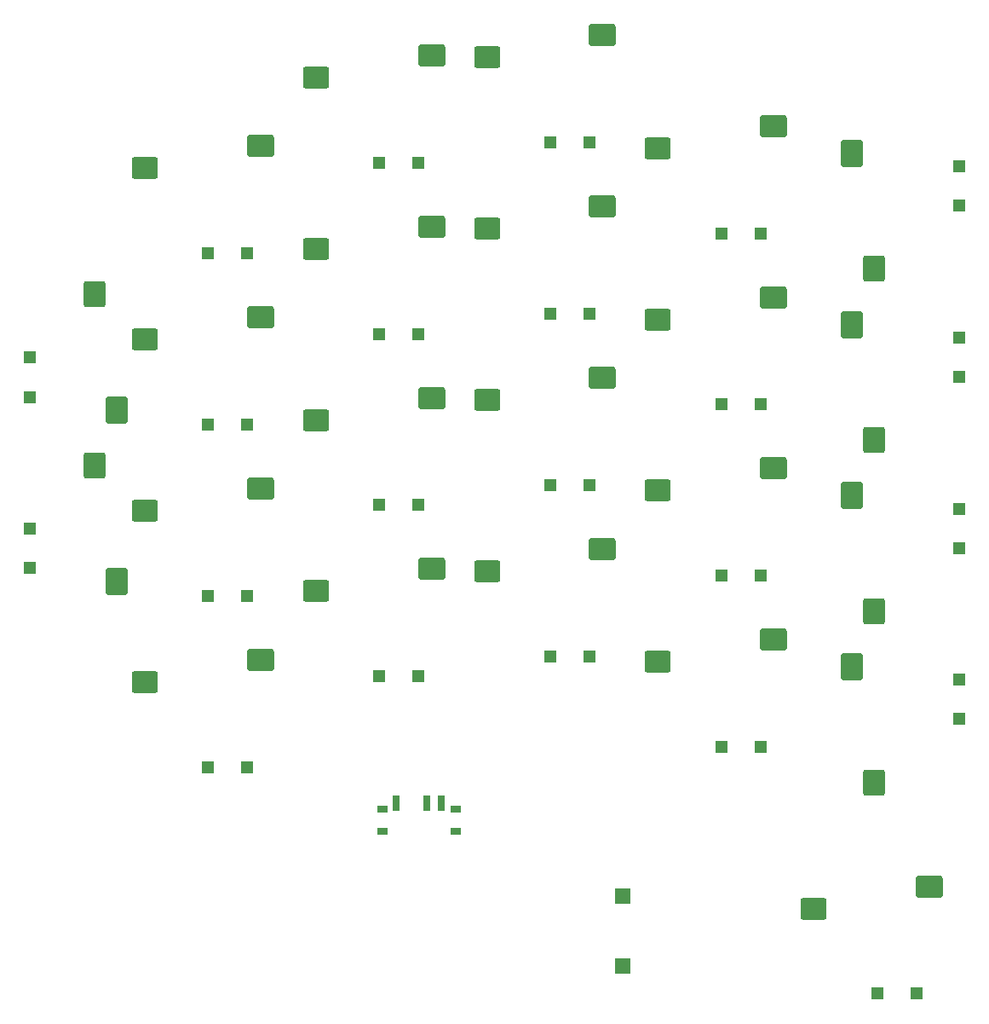
<source format=gtp>
%TF.GenerationSoftware,KiCad,Pcbnew,9.0.2*%
%TF.CreationDate,2025-06-22T12:36:17+02:00*%
%TF.ProjectId,kicad,6b696361-642e-46b6-9963-61645f706362,rev?*%
%TF.SameCoordinates,Original*%
%TF.FileFunction,Paste,Top*%
%TF.FilePolarity,Positive*%
%FSLAX46Y46*%
G04 Gerber Fmt 4.6, Leading zero omitted, Abs format (unit mm)*
G04 Created by KiCad (PCBNEW 9.0.2) date 2025-06-22 12:36:17*
%MOMM*%
%LPD*%
G01*
G04 APERTURE LIST*
G04 Aperture macros list*
%AMRoundRect*
0 Rectangle with rounded corners*
0 $1 Rounding radius*
0 $2 $3 $4 $5 $6 $7 $8 $9 X,Y pos of 4 corners*
0 Add a 4 corners polygon primitive as box body*
4,1,4,$2,$3,$4,$5,$6,$7,$8,$9,$2,$3,0*
0 Add four circle primitives for the rounded corners*
1,1,$1+$1,$2,$3*
1,1,$1+$1,$4,$5*
1,1,$1+$1,$6,$7*
1,1,$1+$1,$8,$9*
0 Add four rect primitives between the rounded corners*
20,1,$1+$1,$2,$3,$4,$5,0*
20,1,$1+$1,$4,$5,$6,$7,0*
20,1,$1+$1,$6,$7,$8,$9,0*
20,1,$1+$1,$8,$9,$2,$3,0*%
G04 Aperture macros list end*
%ADD10RoundRect,0.215000X-1.110000X-0.860000X1.110000X-0.860000X1.110000X0.860000X-1.110000X0.860000X0*%
%ADD11RoundRect,0.215000X-1.085000X-0.860000X1.085000X-0.860000X1.085000X0.860000X-1.085000X0.860000X0*%
%ADD12RoundRect,0.215000X-0.860000X1.110000X-0.860000X-1.110000X0.860000X-1.110000X0.860000X1.110000X0*%
%ADD13RoundRect,0.215000X-0.860000X1.085000X-0.860000X-1.085000X0.860000X-1.085000X0.860000X1.085000X0*%
%ADD14RoundRect,0.215000X0.860000X-1.110000X0.860000X1.110000X-0.860000X1.110000X-0.860000X-1.110000X0*%
%ADD15RoundRect,0.215000X0.860000X-1.085000X0.860000X1.085000X-0.860000X1.085000X-0.860000X-1.085000X0*%
%ADD16R,1.200000X1.200000*%
%ADD17R,1.500000X1.500000*%
%ADD18R,1.000000X0.800000*%
%ADD19R,0.700000X1.500000*%
G04 APERTURE END LIST*
D10*
%TO.C,S1*%
X41745000Y-78050000D03*
D11*
X30252500Y-80250000D03*
%TD*%
D10*
%TO.C,S2*%
X41745000Y-61050000D03*
D11*
X30252500Y-63250000D03*
%TD*%
D10*
%TO.C,S3*%
X41745000Y-44050000D03*
D11*
X30252500Y-46250000D03*
%TD*%
D10*
%TO.C,S4*%
X41745000Y-27050000D03*
D11*
X30252500Y-29250000D03*
%TD*%
D10*
%TO.C,S5*%
X58745000Y-69050000D03*
D11*
X47252500Y-71250000D03*
%TD*%
D10*
%TO.C,S6*%
X58745000Y-52050000D03*
D11*
X47252500Y-54250000D03*
%TD*%
D10*
%TO.C,S7*%
X58745000Y-35050000D03*
D11*
X47252500Y-37250000D03*
%TD*%
D10*
%TO.C,S8*%
X58745000Y-18050000D03*
D11*
X47252500Y-20250000D03*
%TD*%
D10*
%TO.C,S9*%
X75745000Y-67050000D03*
D11*
X64252500Y-69250000D03*
%TD*%
D10*
%TO.C,S10*%
X75745000Y-50050000D03*
D11*
X64252500Y-52250000D03*
%TD*%
D10*
%TO.C,S11*%
X75745000Y-33050000D03*
D11*
X64252500Y-35250000D03*
%TD*%
D10*
%TO.C,S12*%
X75745000Y-16050000D03*
D11*
X64252500Y-18250000D03*
%TD*%
D10*
%TO.C,S13*%
X92745000Y-76050000D03*
D11*
X81252500Y-78250000D03*
%TD*%
D10*
%TO.C,S14*%
X92745000Y-59050000D03*
D11*
X81252500Y-61250000D03*
%TD*%
D10*
%TO.C,S15*%
X92745000Y-42050000D03*
D11*
X81252500Y-44250000D03*
%TD*%
D10*
%TO.C,S16*%
X92745000Y-25050000D03*
D11*
X81252500Y-27250000D03*
%TD*%
D10*
%TO.C,S17*%
X108245000Y-100550000D03*
D11*
X96752500Y-102750000D03*
%TD*%
D12*
%TO.C,S18*%
X27450000Y-70245000D03*
D13*
X25250000Y-58752500D03*
%TD*%
D12*
%TO.C,S19*%
X27450000Y-53245000D03*
D13*
X25250000Y-41752500D03*
%TD*%
D14*
%TO.C,S20*%
X100550000Y-78755000D03*
D15*
X102750000Y-90247500D03*
%TD*%
D14*
%TO.C,S21*%
X100550000Y-61755000D03*
D15*
X102750000Y-73247500D03*
%TD*%
D14*
%TO.C,S22*%
X100550000Y-44755000D03*
D15*
X102750000Y-56247500D03*
%TD*%
D14*
%TO.C,S23*%
X100550000Y-27755000D03*
D15*
X102750000Y-39247500D03*
%TD*%
D16*
%TO.C,D1*%
X36550000Y-88700000D03*
X40450000Y-88700000D03*
%TD*%
%TO.C,D2*%
X36550000Y-71700000D03*
X40450000Y-71700000D03*
%TD*%
%TO.C,D3*%
X36550000Y-54700000D03*
X40450000Y-54700000D03*
%TD*%
%TO.C,D4*%
X36550000Y-37700000D03*
X40450000Y-37700000D03*
%TD*%
%TO.C,D5*%
X53550000Y-79700000D03*
X57450000Y-79700000D03*
%TD*%
%TO.C,D6*%
X53550000Y-62700000D03*
X57450000Y-62700000D03*
%TD*%
%TO.C,D7*%
X53550000Y-45700000D03*
X57450000Y-45700000D03*
%TD*%
%TO.C,D8*%
X53550000Y-28700000D03*
X57450000Y-28700000D03*
%TD*%
%TO.C,D9*%
X70550000Y-77700000D03*
X74450000Y-77700000D03*
%TD*%
%TO.C,D10*%
X70550000Y-60700000D03*
X74450000Y-60700000D03*
%TD*%
%TO.C,D11*%
X70550000Y-43700000D03*
X74450000Y-43700000D03*
%TD*%
%TO.C,D12*%
X70550000Y-26700000D03*
X74450000Y-26700000D03*
%TD*%
%TO.C,D13*%
X87550000Y-86700000D03*
X91450000Y-86700000D03*
%TD*%
%TO.C,D14*%
X87550000Y-69700000D03*
X91450000Y-69700000D03*
%TD*%
%TO.C,D15*%
X87550000Y-52700000D03*
X91450000Y-52700000D03*
%TD*%
%TO.C,D16*%
X87550000Y-35700000D03*
X91450000Y-35700000D03*
%TD*%
%TO.C,D17*%
X103050000Y-111200000D03*
X106950000Y-111200000D03*
%TD*%
%TO.C,D18*%
X18800000Y-65050000D03*
X18800000Y-68950000D03*
%TD*%
%TO.C,D19*%
X18800000Y-48050000D03*
X18800000Y-51950000D03*
%TD*%
%TO.C,D20*%
X111200000Y-83950000D03*
X111200000Y-80050000D03*
%TD*%
%TO.C,D21*%
X111200000Y-66950000D03*
X111200000Y-63050000D03*
%TD*%
%TO.C,D22*%
X111200000Y-49950000D03*
X111200000Y-46050000D03*
%TD*%
%TO.C,D23*%
X111200000Y-32950000D03*
X111200000Y-29050000D03*
%TD*%
D17*
%TO.C,PAD1*%
X77750000Y-101500000D03*
%TD*%
%TO.C,PAD2*%
X77750000Y-108500000D03*
%TD*%
D18*
%TO.C,PWR1*%
X61150000Y-95125000D03*
X61150000Y-92915000D03*
X53850000Y-92915000D03*
X53850000Y-95125000D03*
D19*
X55250000Y-92265000D03*
X58250000Y-92265000D03*
X59750000Y-92265000D03*
%TD*%
M02*

</source>
